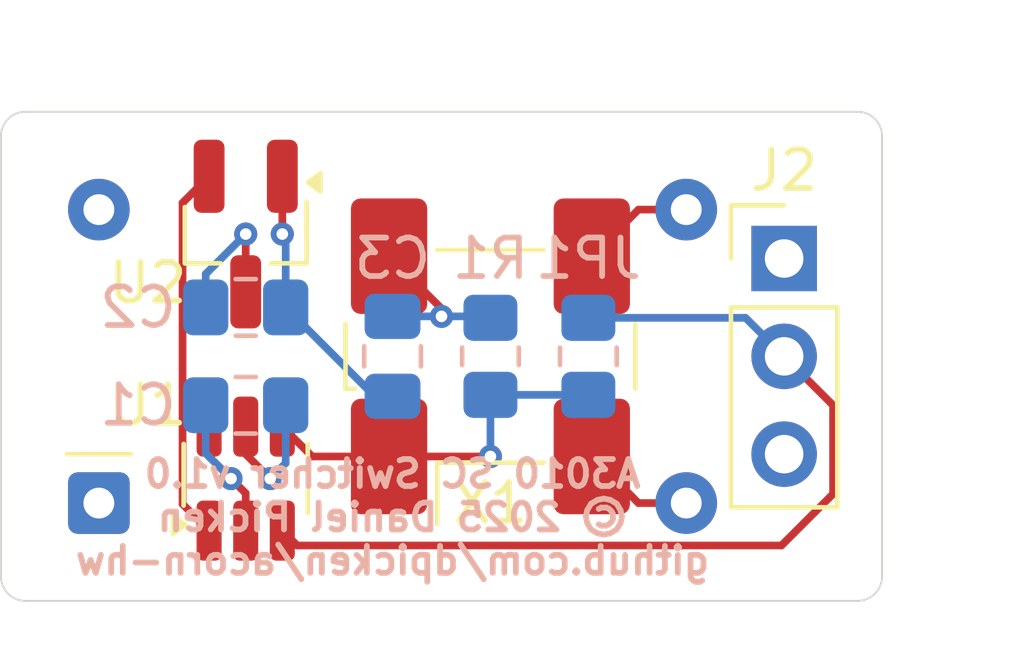
<source format=kicad_pcb>
(kicad_pcb (version 20241229) (generator "pcbnew") (generator_version "9.0")
  (title_block (title "a3010-sysclk-switcher") (date "2025-09-05") (rev "1.0"))
  (layers (0 "F.Cu" signal) (4 "In1.Cu" power) (6 "In2.Cu" power) (2 "B.Cu" signal) (13 "F.Paste" user) (15 "B.Paste" user) (5 "F.SilkS" user "F.Silkscreen") (7 "B.SilkS" user "B.Silkscreen") (1 "F.Mask" user) (3 "B.Mask" user) (25 "Edge.Cuts" user))
  (net 0 "")
  (net 1 "GND")
  (net 2 "VCC")
  (net 3 "Net-(J1-sysclk)")
  (net 5 "Net-(J2-Pin_2)")
  (net 6 "Net-(JP1-B)")
  (net 7 "Net-(U1-LE)")
  (footprint "Package_TO_SOT_SMD:SOT-23_Handsoldering" (layer "F.Cu") (at 130.81 51.435 -90)
    (property "Reference" "U2" (at 1.27 2.54 0) (layer "F.SilkS"))
    (property "Value" "TLV810EA29DBZ")
    (fp_line (start 0.76 1.58) (end -0.7 1.58) (stroke (width 0.12)) (layer "F.SilkS"))
    (fp_line (start 0.76 1.58) (end 0.76 0.65) (stroke (width 0.12)) (layer "F.SilkS"))
    (fp_line (start -0.04 -1.58) (end -0.84 -1.58) (stroke (width 0.12)) (layer "F.SilkS"))
    (fp_line (start -0.04 -1.58) (end 0.76 -1.58) (stroke (width 0.12)) (layer "F.SilkS"))
    (fp_line (start 0.76 -1.58) (end 0.76 -0.65) (stroke (width 0.12)) (layer "F.SilkS"))
    (fp_poly (pts (xy -1.34 -1.61) (xy -1.58 -1.94) (xy -1.1 -1.94) (xy -1.34 -1.61)) (stroke (width 0.12)) (fill yes) (layer "F.SilkS"))
    (pad "1" smd roundrect (at -1.5 -0.95 270) (size 1.9 0.8) (layers "F.Cu" "F.Mask" "F.Paste") (net 1 "GND"))
    (pad "2" smd roundrect (at -1.5 0.95 270) (size 1.9 0.8) (layers "F.Cu" "F.Mask" "F.Paste") (net 7 "Net-(U1-LE)"))
    (pad "3" smd roundrect (at 1.5 0 270) (size 1.9 0.8) (layers "F.Cu" "F.Mask" "F.Paste") (net 2 "VCC"))
  )
  (footprint "Package_TO_SOT_SMD:SOT-23-6_Handsoldering" (layer "F.Cu") (at 130.81 57.785 90)
    (property "Reference" "U1" (at 1.905 -2.54 0) (layer "F.SilkS"))
    (property "Value" "74LVC1G373")
    (fp_line (start 0.1 -1.61) (end 0.9 -1.61) (stroke (width 0.12)) (layer "F.SilkS"))
    (fp_line (start 0.1 -1.61) (end -0.7 -1.61) (stroke (width 0.12)) (layer "F.SilkS"))
    (fp_line (start -0.9 1.61) (end 0.9 1.61) (stroke (width 0.12)) (layer "F.SilkS"))
    (fp_poly (pts (xy -1.2 -1.56) (xy -1.44 -1.89) (xy -0.96 -1.89) (xy -1.2 -1.56)) (stroke (width 0.12)) (fill yes) (layer "F.SilkS"))
    (pad "1" smd roundrect (at -1.35 -0.95 90) (size 1.56 0.65) (layers "F.Cu" "F.Mask" "F.Paste") (net 7 "Net-(U1-LE)"))
    (pad "2" smd roundrect (at -1.35 0 90) (size 1.56 0.65) (layers "F.Cu" "F.Mask" "F.Paste") (net 1 "GND"))
    (pad "3" smd roundrect (at -1.35 0.95 90) (size 1.56 0.65) (layers "F.Cu" "F.Mask" "F.Paste") (net 5 "Net-(J2-Pin_2)"))
    (pad "4" smd roundrect (at 1.35 0.95 90) (size 1.56 0.65) (layers "F.Cu" "F.Mask" "F.Paste") (net 6 "Net-(JP1-B)"))
    (pad "5" smd roundrect (at 1.35 0 90) (size 1.56 0.65) (layers "F.Cu" "F.Mask" "F.Paste") (net 2 "VCC"))
    (pad "6" smd roundrect (at 1.35 -0.95 90) (size 1.56 0.65) (layers "F.Cu" "F.Mask" "F.Paste") (net 1 "GND"))
  )
  (footprint "Oscillator:Oscillator_SMD_SeikoEpson_SG8002CA-4Pin_7.0x5.0mm_HandSoldering" (layer "F.Cu") (at 137.16 54.61)
    (property "Reference" "X1" (at 0 3.81 0) (layer "F.SilkS"))
    (property "Value" "SG-8002CA")
    (fp_line (start -3.76 0.84) (end -3.76 -0.84) (stroke (width 0.12)) (layer "F.SilkS"))
    (fp_line (start -3.52 0.84) (end -3.76 0.84) (stroke (width 0.12)) (layer "F.SilkS"))
    (fp_line (start -1.38 -2.76) (end 1.38 -2.76) (stroke (width 0.12)) (layer "F.SilkS"))
    (fp_line (start -1.38 2.76) (end -1.38 4.36) (stroke (width 0.12)) (layer "F.SilkS"))
    (fp_line (start 1.38 2.76) (end -1.38 2.76) (stroke (width 0.12)) (layer "F.SilkS"))
    (fp_line (start 3.76 -0.84) (end 3.76 0.84) (stroke (width 0.12)) (layer "F.SilkS"))
    (pad "1" smd roundrect (at -2.63 2.6) (size 1.98 3) (layers "F.Cu" "F.Mask" "F.Paste") (roundrect_rratio 0.126263) (net 6 "Net-(JP1-B)"))
    (pad "2" smd roundrect (at 2.63 2.6) (size 1.98 3) (layers "F.Cu" "F.Mask" "F.Paste") (roundrect_rratio 0.126263) (net 1 "GND"))
    (pad "3" smd roundrect (at 2.63 -2.6) (size 1.98 3) (layers "F.Cu" "F.Mask" "F.Paste") (roundrect_rratio 0.126263) (net 3 "Net-(J1-sysclk)"))
    (pad "4" smd roundrect (at -2.63 -2.6) (size 1.98 3) (layers "F.Cu" "F.Mask" "F.Paste") (roundrect_rratio 0.126263) (net 2 "VCC"))
  )
  (footprint "acorn-hw-footprints:a3010-x3" (layer "F.Cu") (at 127 58.42 90)
    (property "Reference" "J1")
    (property "Value" "a3010-x3")
    (fp_line (start 1.27 -0.825) (end 1.27 0.825) (stroke (width 0.12)) (layer "F.SilkS"))
    (pad "1" thru_hole roundrect (at 0 0 90) (size 1.6 1.6) (drill 0.8) (layers "*.Cu" "*.Mask") (roundrect_rratio 0.15625))
    (pad "7" thru_hole circle (at 0 15.24 90) (size 1.6 1.6) (drill 0.8) (layers "*.Cu" "*.Mask") (net 1 "GND"))
    (pad "8" thru_hole circle (at 7.62 15.24 90) (size 1.6 1.6) (drill 0.8) (layers "*.Cu" "*.Mask") (net 3 "Net-(J1-sysclk)"))
    (pad "14" thru_hole circle (at 7.62 0 90) (size 1.6 1.6) (drill 0.8) (layers "*.Cu" "*.Mask") (net 2 "VCC"))
  )
  (footprint "Connector_PinHeader_2.54mm:PinHeader_1x03_P2.54mm_Vertical" (layer "F.Cu") (at 144.78 52.07)
    (property "Reference" "J2" (at 0 -2.286 0) (layer "F.SilkS"))
    (property "Value" "Conn_01x03_Pin")
    (fp_line (start -1.38 -1.38) (end 0 -1.38) (stroke (width 0.12)) (layer "F.SilkS"))
    (fp_line (start -1.38 0) (end -1.38 -1.38) (stroke (width 0.12)) (layer "F.SilkS"))
    (fp_line (start -1.38 1.27) (end -1.38 6.46) (stroke (width 0.12)) (layer "F.SilkS"))
    (fp_line (start -1.38 1.27) (end 1.38 1.27) (stroke (width 0.12)) (layer "F.SilkS"))
    (fp_line (start -1.38 6.46) (end 1.38 6.46) (stroke (width 0.12)) (layer "F.SilkS"))
    (fp_line (start 1.38 1.27) (end 1.38 6.46) (stroke (width 0.12)) (layer "F.SilkS"))
    (pad "1" thru_hole rect (at 0 0) (size 1.7 1.7) (drill 1) (layers "*.Cu" "*.Mask") (net 2 "VCC"))
    (pad "2" thru_hole circle (at 0 2.54) (size 1.7 1.7) (drill 1) (layers "*.Cu" "*.Mask") (net 5 "Net-(J2-Pin_2)"))
    (pad "3" thru_hole circle (at 0 5.08) (size 1.7 1.7) (drill 1) (layers "*.Cu" "*.Mask") (net 1 "GND"))
  )
  (footprint "Resistor_SMD:R_0805_2012Metric_Pad1.20x1.40mm_HandSolder" (layer "B.Cu") (at 137.16 54.61 -90)
    (property "Reference" "R1" (at -2.54 0 0) (layer "B.SilkS") (effects (justify mirror)))
    (property "Value" "1K")
    (fp_line (start -0.227064 0.735) (end 0.227064 0.735) (stroke (width 0.12)) (layer "B.SilkS"))
    (fp_line (start -0.227064 -0.735) (end 0.227064 -0.735) (stroke (width 0.12)) (layer "B.SilkS"))
    (pad "1" smd roundrect (at -1 0 270) (size 1.2 1.4) (layers "B.Cu" "B.Mask" "B.Paste") (roundrect_rratio 0.208333) (net 2 "VCC"))
    (pad "2" smd roundrect (at 1 0 270) (size 1.2 1.4) (layers "B.Cu" "B.Mask" "B.Paste") (roundrect_rratio 0.208333) (net 6 "Net-(JP1-B)"))
  )
  (footprint "Capacitor_SMD:C_0805_2012Metric_Pad1.18x1.45mm_HandSolder" (layer "B.Cu") (at 134.62 54.61 -90)
    (property "Reference" "C3" (at -2.54 0 0) (layer "B.SilkS") (effects (justify mirror)))
    (property "Value" "0.1uF")
    (fp_line (start -0.261252 0.735) (end 0.261252 0.735) (stroke (width 0.12)) (layer "B.SilkS"))
    (fp_line (start -0.261252 -0.735) (end 0.261252 -0.735) (stroke (width 0.12)) (layer "B.SilkS"))
    (pad "1" smd roundrect (at -1.0375 0 270) (size 1.175 1.45) (layers "B.Cu" "B.Mask" "B.Paste") (roundrect_rratio 0.212766) (net 2 "VCC"))
    (pad "2" smd roundrect (at 1.0375 0 270) (size 1.175 1.45) (layers "B.Cu" "B.Mask" "B.Paste") (roundrect_rratio 0.212766) (net 1 "GND"))
  )
  (footprint "Capacitor_SMD:C_0805_2012Metric_Pad1.18x1.45mm_HandSolder" (layer "B.Cu") (at 130.81 53.34)
    (property "Reference" "C2" (at -2.794 0 0) (layer "B.SilkS") (effects (justify mirror)))
    (property "Value" "0.1uF")
    (fp_line (start -0.261252 -0.735) (end 0.261252 -0.735) (stroke (width 0.12)) (layer "B.SilkS"))
    (fp_line (start -0.261252 0.735) (end 0.261252 0.735) (stroke (width 0.12)) (layer "B.SilkS"))
    (pad "1" smd roundrect (at -1.0375 0) (size 1.175 1.45) (layers "B.Cu" "B.Mask" "B.Paste") (roundrect_rratio 0.212766) (net 2 "VCC"))
    (pad "2" smd roundrect (at 1.0375 0) (size 1.175 1.45) (layers "B.Cu" "B.Mask" "B.Paste") (roundrect_rratio 0.212766) (net 1 "GND"))
  )
  (footprint "Resistor_SMD:R_0805_2012Metric_Pad1.20x1.40mm_HandSolder" (layer "B.Cu") (at 139.7 54.61 -90)
    (property "Reference" "JP1" (at -2.54 0 0) (layer "B.SilkS") (effects (justify mirror)))
    (property "Value" "LATCH_BYPASS")
    (fp_line (start -0.227064 0.735) (end 0.227064 0.735) (stroke (width 0.12)) (layer "B.SilkS"))
    (fp_line (start -0.227064 -0.735) (end 0.227064 -0.735) (stroke (width 0.12)) (layer "B.SilkS"))
    (pad "1" smd roundrect (at -1 0 270) (size 1.2 1.4) (layers "B.Cu" "B.Mask" "B.Paste") (roundrect_rratio 0.208333) (net 5 "Net-(J2-Pin_2)"))
    (pad "2" smd roundrect (at 1 0 270) (size 1.2 1.4) (layers "B.Cu" "B.Mask" "B.Paste") (roundrect_rratio 0.208333) (net 6 "Net-(JP1-B)"))
  )
  (footprint "Capacitor_SMD:C_0805_2012Metric_Pad1.18x1.45mm_HandSolder" (layer "B.Cu") (at 130.81 55.88 180)
    (property "Reference" "C1" (at 2.794 0 0) (layer "B.SilkS") (effects (justify mirror)))
    (property "Value" "0.1uF")
    (fp_line (start -0.261252 0.735) (end 0.261252 0.735) (stroke (width 0.12)) (layer "B.SilkS"))
    (fp_line (start -0.261252 -0.735) (end 0.261252 -0.735) (stroke (width 0.12)) (layer "B.SilkS"))
    (pad "1" smd roundrect (at -1.0375 0 180) (size 1.175 1.45) (layers "B.Cu" "B.Mask" "B.Paste") (roundrect_rratio 0.212766) (net 2 "VCC"))
    (pad "2" smd roundrect (at 1.0375 0 180) (size 1.175 1.45) (layers "B.Cu" "B.Mask" "B.Paste") (roundrect_rratio 0.212766) (net 1 "GND"))
  )
  (gr_line (start 125.095 60.96) (end 146.685 60.96) (stroke (width 0.05)) (layer "Edge.Cuts"))
  (gr_line (start 147.32 60.325) (end 147.32 48.895) (stroke (width 0.05)) (layer "Edge.Cuts"))
  (gr_line (start 125.095 48.26) (end 146.685 48.26) (stroke (width 0.05)) (layer "Edge.Cuts"))
  (gr_arc (start 124.46 48.895) (mid 124.645987 48.445987) (end 125.095 48.26) (stroke (width 0.05)) (layer "Edge.Cuts"))
  (gr_arc (start 146.685 48.26) (mid 147.134013 48.445987) (end 147.32 48.895) (stroke (width 0.05)) (layer "Edge.Cuts"))
  (gr_arc (start 125.095 60.96) (mid 124.645987 60.774013) (end 124.46 60.325) (stroke (width 0.05)) (layer "Edge.Cuts"))
  (gr_arc (start 147.32 60.325) (mid 147.134013 60.774013) (end 146.685 60.96) (stroke (width 0.05)) (layer "Edge.Cuts"))
  (gr_line (start 124.46 60.325) (end 124.46 48.895) (stroke (width 0.05)) (layer "Edge.Cuts"))
  (gr_text "A3010 SC Switcher v1.0\n© 2025 Daniel Picken\ngithub.com/dpicken/acorn-hw" (at 134.62 60.325 0) (layer "B.SilkS") (effects (font (size 0.7 0.7)) (justify bottom mirror)))
  (segment (start 131.76 49.935) (end 131.76 51.435) (width 0.2) (layer "F.Cu") (net 1))
  (segment (start 141 58.42) (end 139.79 57.21) (width 0.2) (layer "F.Cu") (net 1))
  (segment (start 130.81 58.166) (end 130.429 57.785) (width 0.2) (layer "F.Cu") (net 1))
  (segment (start 129.86 56.435) (end 129.86 57.216) (width 0.2) (layer "F.Cu") (net 1))
  (segment (start 129.86 57.216) (end 130.429 57.785) (width 0.2) (layer "F.Cu") (net 1))
  (segment (start 142.24 58.42) (end 141 58.42) (width 0.2) (layer "F.Cu") (net 1))
  (segment (start 130.81 59.135) (end 130.81 58.166) (width 0.2) (layer "F.Cu") (net 1))
  (via (at 130.429 57.785) (size 0.6) (drill 0.3) (layers "F.Cu" "B.Cu") (net 1))
  (via (at 131.76 51.435) (size 0.6) (drill 0.3) (layers "F.Cu" "B.Cu") (net 1))
  (segment (start 134.155 55.6475) (end 131.8475 53.34) (width 0.2) (layer "B.Cu") (net 1))
  (segment (start 131.8475 53.34) (end 131.8475 51.5225) (width 0.2) (layer "B.Cu") (net 1))
  (segment (start 131.8475 51.5225) (end 131.76 51.435) (width 0.2) (layer "B.Cu") (net 1))
  (segment (start 129.7725 55.88) (end 129.7725 57.1285) (width 0.2) (layer "B.Cu") (net 1))
  (segment (start 134.62 55.6475) (end 134.155 55.6475) (width 0.2) (layer "B.Cu") (net 1))
  (segment (start 129.7725 57.1285) (end 130.429 57.785) (width 0.2) (layer "B.Cu") (net 1))
  (segment (start 130.81 57.15) (end 131.445 57.785) (width 0.2) (layer "F.Cu") (net 2))
  (segment (start 130.81 52.935) (end 130.81 51.435) (width 0.2) (layer "F.Cu") (net 2))
  (segment (start 135.89 53.5725) (end 135.89 53.37) (width 0.2) (layer "F.Cu") (net 2))
  (segment (start 130.81 56.435) (end 130.81 57.15) (width 0.2) (layer "F.Cu") (net 2))
  (segment (start 135.89 53.37) (end 134.53 52.01) (width 0.2) (layer "F.Cu") (net 2))
  (via (at 131.445 57.785) (size 0.6) (drill 0.3) (layers "F.Cu" "B.Cu") (net 2))
  (via (at 135.89 53.5725) (size 0.6) (drill 0.3) (layers "F.Cu" "B.Cu") (net 2))
  (via (at 130.81 51.435) (size 0.6) (drill 0.3) (layers "F.Cu" "B.Cu") (net 2))
  (segment (start 137.1225 53.5725) (end 137.16 53.61) (width 0.2) (layer "B.Cu") (net 2))
  (segment (start 129.7725 53.34) (end 129.7725 52.4725) (width 0.2) (layer "B.Cu") (net 2))
  (segment (start 131.8475 57.3825) (end 131.445 57.785) (width 0.2) (layer "B.Cu") (net 2))
  (segment (start 131.8475 55.88) (end 131.8475 57.3825) (width 0.2) (layer "B.Cu") (net 2))
  (segment (start 134.62 53.5725) (end 135.89 53.5725) (width 0.2) (layer "B.Cu") (net 2))
  (segment (start 129.7725 52.4725) (end 130.81 51.435) (width 0.2) (layer "B.Cu") (net 2))
  (segment (start 135.89 53.5725) (end 137.1225 53.5725) (width 0.2) (layer "B.Cu") (net 2))
  (segment (start 142.24 50.8) (end 141 50.8) (width 0.2) (layer "F.Cu") (net 3))
  (segment (start 141 50.8) (end 139.79 52.01) (width 0.2) (layer "F.Cu") (net 3))
  (segment (start 144.711 59.521) (end 146.05 58.182) (width 0.2) (layer "F.Cu") (net 5))
  (segment (start 146.05 55.88) (end 144.78 54.61) (width 0.2) (layer "F.Cu") (net 5))
  (segment (start 146.05 58.182) (end 146.05 55.88) (width 0.2) (layer "F.Cu") (net 5))
  (segment (start 131.76 59.135) (end 132.146 59.521) (width 0.2) (layer "F.Cu") (net 5))
  (segment (start 132.146 59.521) (end 144.711 59.521) (width 0.2) (layer "F.Cu") (net 5))
  (segment (start 143.78 53.61) (end 144.78 54.61) (width 0.2) (layer "B.Cu") (net 5))
  (segment (start 139.7 53.61) (end 143.78 53.61) (width 0.2) (layer "B.Cu") (net 5))
  (segment (start 134.53 57.21) (end 137.16 57.21) (width 0.2) (layer "F.Cu") (net 6))
  (segment (start 132.535 57.21) (end 134.53 57.21) (width 0.2) (layer "F.Cu") (net 6))
  (segment (start 131.76 56.435) (end 132.535 57.21) (width 0.2) (layer "F.Cu") (net 6))
  (via (at 137.16 57.21) (size 0.6) (drill 0.3) (layers "F.Cu" "B.Cu") (net 6))
  (segment (start 139.7 55.61) (end 137.16 55.61) (width 0.2) (layer "B.Cu") (net 6))
  (segment (start 137.16 55.61) (end 137.16 57.21) (width 0.2) (layer "B.Cu") (net 6))
  (segment (start 129.86 59.135) (end 129.1715 58.4465) (width 0.2) (layer "F.Cu") (net 7))
  (segment (start 129.1715 58.4465) (end 129.1715 50.6235) (width 0.2) (layer "F.Cu") (net 7))
  (segment (start 129.1715 50.6235) (end 129.86 49.935) (width 0.2) (layer "F.Cu") (net 7))
)
</source>
